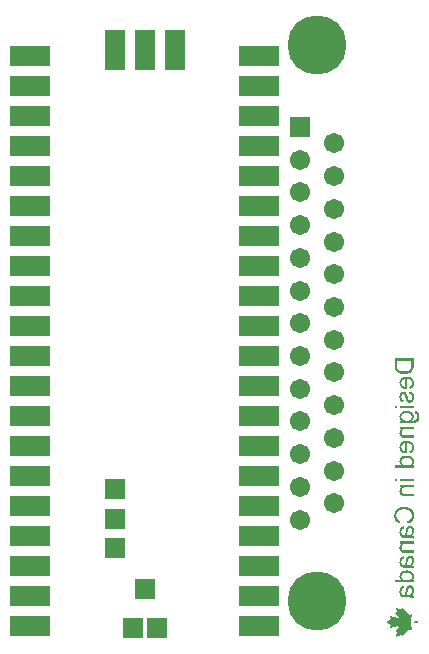
<source format=gbs>
G04*
G04 #@! TF.GenerationSoftware,Altium Limited,Altium Designer,21.3.1 (25)*
G04*
G04 Layer_Color=16711935*
%FSLAX25Y25*%
%MOIN*%
G70*
G04*
G04 #@! TF.SameCoordinates,0F46E8F8-C812-4C73-86AE-EEEB37A8DDC9*
G04*
G04*
G04 #@! TF.FilePolarity,Negative*
G04*
G01*
G75*
%ADD40C,0.06706*%
%ADD41R,0.06706X0.06706*%
%ADD42C,0.19698*%
%ADD52R,0.13398X0.07099*%
%ADD53R,0.07099X0.13398*%
%ADD54R,0.06706X0.06706*%
G36*
X137525Y7890D02*
X139885Y7771D01*
X139885Y8254D01*
X137568Y8134D01*
X137522Y8138D01*
X137434Y8170D01*
X137362Y8230D01*
X137315Y8311D01*
X137303Y8357D01*
X137303D01*
X137303Y8366D01*
X137303Y8385D01*
X137303Y8404D01*
X137304Y8422D01*
X137305Y8432D01*
Y8432D01*
X137711Y10738D01*
X136851Y10427D01*
X136844Y10425D01*
X136829Y10421D01*
X136814Y10419D01*
X136799Y10417D01*
X136791Y10416D01*
X136772Y10417D01*
X136734Y10425D01*
X136699Y10442D01*
X136669Y10466D01*
X136655Y10480D01*
Y10480D01*
X134609Y13007D01*
X134344Y12438D01*
X134332Y12416D01*
X134299Y12379D01*
X134257Y12353D01*
X134210Y12339D01*
X134186Y12338D01*
X134179Y12338D01*
X134165Y12339D01*
X134151Y12341D01*
X134138Y12344D01*
X134132Y12346D01*
D01*
X132596Y12846D01*
X132905Y11390D01*
X132905Y11361D01*
X132894Y11304D01*
X132868Y11252D01*
X132827Y11210D01*
X132802Y11195D01*
X132802Y11195D01*
X132139Y10913D01*
X133358Y9777D01*
X133370Y9764D01*
X133391Y9735D01*
X133405Y9702D01*
X133412Y9668D01*
X133413Y9650D01*
X133413D01*
X133409Y9619D01*
X133386Y9561D01*
X133345Y9514D01*
X133290Y9484D01*
X133260Y9477D01*
X133253Y9477D01*
X133239Y9477D01*
X133226Y9478D01*
X133212Y9478D01*
X133205Y9479D01*
Y9479D01*
X130381Y10026D01*
X130888Y9149D01*
X130894Y9138D01*
X130903Y9117D01*
X130909Y9095D01*
X130912Y9072D01*
X130912Y9060D01*
X130912D01*
X130910Y9036D01*
X130897Y8990D01*
X130872Y8949D01*
X130836Y8917D01*
X130815Y8904D01*
D01*
X129065Y8013D01*
X130815Y7121D01*
X130836Y7109D01*
X130872Y7077D01*
X130897Y7036D01*
X130910Y6989D01*
X130912Y6965D01*
X130912Y6954D01*
X130909Y6931D01*
X130903Y6909D01*
X130894Y6887D01*
X130888Y6877D01*
X130888Y6877D01*
X130381Y5999D01*
X133205Y6547D01*
X133240Y6546D01*
X133306Y6527D01*
X133361Y6487D01*
X133400Y6430D01*
X133411Y6397D01*
X133411D01*
X133412Y6377D01*
X133406Y6337D01*
X133392Y6299D01*
X133371Y6264D01*
X133358Y6249D01*
Y6249D01*
X132139Y5113D01*
X132802Y4831D01*
X132825Y4819D01*
X132864Y4787D01*
X132892Y4744D01*
X132906Y4696D01*
X132908Y4671D01*
X132908D01*
X132596Y3180D01*
X134132Y3679D01*
X134138Y3681D01*
X134151Y3684D01*
X134165Y3687D01*
X134179Y3688D01*
X134186Y3688D01*
X134210Y3686D01*
X134257Y3672D01*
X134299Y3646D01*
X134332Y3609D01*
X134344Y3588D01*
X134344Y3588D01*
X134609Y3019D01*
X136655Y5545D01*
X136668Y5560D01*
X136699Y5584D01*
X136734Y5600D01*
X136772Y5609D01*
X136791Y5610D01*
X136799Y5610D01*
X136814Y5608D01*
X136829Y5605D01*
X136844Y5601D01*
X136851Y5599D01*
Y5599D01*
X137711Y5288D01*
X137305Y7594D01*
X137305Y7601D01*
X137304Y7615D01*
X137303Y7629D01*
X137302Y7643D01*
X137302Y7650D01*
Y7650D01*
X137308Y7694D01*
X137342Y7776D01*
X137403Y7841D01*
X137481Y7881D01*
X137525Y7890D01*
X137525D01*
D02*
G37*
G36*
X138368Y93652D02*
X138362Y93440D01*
X138350Y93246D01*
X138337Y93071D01*
X138325Y92996D01*
X138312Y92921D01*
X138306Y92858D01*
X138293Y92796D01*
X138287Y92746D01*
X138281Y92708D01*
X138275Y92671D01*
X138268Y92646D01*
X138262Y92633D01*
Y92627D01*
X138218Y92465D01*
X138168Y92315D01*
X138112Y92183D01*
X138062Y92071D01*
X138018Y91983D01*
X137993Y91946D01*
X137981Y91915D01*
X137962Y91890D01*
X137950Y91871D01*
X137943Y91865D01*
Y91858D01*
X137856Y91740D01*
X137762Y91633D01*
X137668Y91533D01*
X137575Y91446D01*
X137487Y91377D01*
X137425Y91321D01*
X137400Y91302D01*
X137381Y91290D01*
X137368Y91277D01*
X137362D01*
X137218Y91183D01*
X137062Y91096D01*
X136906Y91021D01*
X136756Y90958D01*
X136693Y90933D01*
X136631Y90908D01*
X136575Y90890D01*
X136525Y90871D01*
X136487Y90858D01*
X136456Y90846D01*
X136437Y90840D01*
X136431D01*
X136212Y90783D01*
X135987Y90740D01*
X135768Y90708D01*
X135668Y90696D01*
X135568Y90683D01*
X135475Y90677D01*
X135393Y90671D01*
X135318D01*
X135256Y90665D01*
X135200D01*
X135162D01*
X135137D01*
X135131D01*
X134818Y90677D01*
X134675Y90690D01*
X134531Y90702D01*
X134400Y90721D01*
X134275Y90746D01*
X134156Y90771D01*
X134050Y90790D01*
X133956Y90815D01*
X133868Y90840D01*
X133793Y90858D01*
X133731Y90883D01*
X133681Y90896D01*
X133643Y90908D01*
X133618Y90921D01*
X133612D01*
X133375Y91027D01*
X133262Y91083D01*
X133156Y91146D01*
X133062Y91208D01*
X132975Y91271D01*
X132887Y91333D01*
X132812Y91390D01*
X132750Y91452D01*
X132687Y91502D01*
X132637Y91552D01*
X132593Y91596D01*
X132562Y91627D01*
X132537Y91652D01*
X132525Y91671D01*
X132518Y91677D01*
X132400Y91827D01*
X132306Y91990D01*
X132225Y92146D01*
X132162Y92296D01*
X132137Y92365D01*
X132112Y92427D01*
X132093Y92477D01*
X132081Y92527D01*
X132068Y92565D01*
X132062Y92596D01*
X132056Y92615D01*
Y92621D01*
X132037Y92696D01*
X132025Y92783D01*
X132000Y92965D01*
X131987Y93152D01*
X131975Y93340D01*
X131968Y93421D01*
Y93502D01*
X131962Y93571D01*
Y95965D01*
X138368D01*
Y93652D01*
D02*
G37*
G36*
X136293Y89858D02*
X136487Y89840D01*
X136675Y89808D01*
X136843Y89771D01*
X137000Y89727D01*
X137143Y89677D01*
X137275Y89621D01*
X137393Y89565D01*
X137500Y89515D01*
X137593Y89458D01*
X137668Y89408D01*
X137731Y89365D01*
X137787Y89327D01*
X137818Y89296D01*
X137843Y89277D01*
X137850Y89271D01*
X137962Y89152D01*
X138056Y89027D01*
X138137Y88896D01*
X138212Y88765D01*
X138268Y88627D01*
X138325Y88496D01*
X138362Y88365D01*
X138393Y88233D01*
X138425Y88115D01*
X138443Y88008D01*
X138456Y87908D01*
X138462Y87821D01*
X138468Y87752D01*
X138475Y87696D01*
Y87652D01*
X138468Y87502D01*
X138456Y87365D01*
X138437Y87233D01*
X138412Y87102D01*
X138387Y86990D01*
X138350Y86877D01*
X138318Y86777D01*
X138281Y86690D01*
X138243Y86608D01*
X138212Y86533D01*
X138175Y86471D01*
X138150Y86421D01*
X138125Y86377D01*
X138106Y86352D01*
X138093Y86333D01*
X138087Y86327D01*
X138012Y86233D01*
X137925Y86146D01*
X137837Y86065D01*
X137750Y85996D01*
X137656Y85927D01*
X137562Y85871D01*
X137468Y85821D01*
X137381Y85771D01*
X137300Y85733D01*
X137225Y85702D01*
X137156Y85671D01*
X137093Y85652D01*
X137043Y85633D01*
X137006Y85621D01*
X136981Y85615D01*
X136975D01*
X136868Y86427D01*
X136962Y86465D01*
X137043Y86502D01*
X137125Y86540D01*
X137200Y86577D01*
X137325Y86658D01*
X137425Y86740D01*
X137506Y86808D01*
X137562Y86865D01*
X137593Y86902D01*
X137606Y86908D01*
Y86915D01*
X137681Y87033D01*
X137737Y87158D01*
X137775Y87283D01*
X137800Y87396D01*
X137818Y87502D01*
X137825Y87540D01*
Y87577D01*
X137831Y87608D01*
Y87652D01*
X137825Y87758D01*
X137812Y87865D01*
X137793Y87958D01*
X137768Y88052D01*
X137737Y88140D01*
X137700Y88221D01*
X137668Y88290D01*
X137625Y88358D01*
X137587Y88421D01*
X137556Y88471D01*
X137518Y88521D01*
X137487Y88558D01*
X137462Y88590D01*
X137443Y88608D01*
X137431Y88621D01*
X137425Y88627D01*
X137343Y88696D01*
X137256Y88758D01*
X137162Y88808D01*
X137068Y88858D01*
X136975Y88896D01*
X136875Y88933D01*
X136687Y88990D01*
X136593Y89008D01*
X136512Y89021D01*
X136437Y89033D01*
X136375Y89046D01*
X136325Y89052D01*
X136281Y89058D01*
X136256D01*
X136250D01*
Y85590D01*
X136200D01*
X136162Y85583D01*
X136125D01*
X136093D01*
X136075D01*
X136056D01*
X136043D01*
X135831Y85590D01*
X135637Y85608D01*
X135450Y85640D01*
X135281Y85677D01*
X135118Y85721D01*
X134975Y85771D01*
X134837Y85827D01*
X134718Y85877D01*
X134612Y85933D01*
X134518Y85990D01*
X134437Y86040D01*
X134375Y86083D01*
X134325Y86121D01*
X134287Y86152D01*
X134262Y86171D01*
X134256Y86177D01*
X134143Y86290D01*
X134043Y86408D01*
X133962Y86533D01*
X133887Y86665D01*
X133825Y86790D01*
X133775Y86915D01*
X133731Y87040D01*
X133700Y87158D01*
X133675Y87265D01*
X133650Y87371D01*
X133637Y87465D01*
X133631Y87540D01*
X133625Y87608D01*
X133618Y87652D01*
Y87696D01*
X133625Y87871D01*
X133643Y88040D01*
X133681Y88196D01*
X133718Y88346D01*
X133768Y88483D01*
X133825Y88615D01*
X133881Y88733D01*
X133943Y88840D01*
X134006Y88940D01*
X134062Y89021D01*
X134118Y89096D01*
X134168Y89152D01*
X134206Y89202D01*
X134237Y89233D01*
X134262Y89258D01*
X134268Y89265D01*
X134393Y89371D01*
X134531Y89465D01*
X134675Y89540D01*
X134825Y89608D01*
X134981Y89671D01*
X135131Y89721D01*
X135281Y89758D01*
X135418Y89790D01*
X135556Y89815D01*
X135681Y89833D01*
X135793Y89846D01*
X135893Y89852D01*
X135975Y89858D01*
X136037Y89865D01*
X136075D01*
X136081D01*
X136087D01*
X136293Y89858D01*
D02*
G37*
G36*
X137118Y84915D02*
X137243Y84877D01*
X137362Y84840D01*
X137475Y84796D01*
X137575Y84746D01*
X137662Y84696D01*
X137743Y84646D01*
X137818Y84590D01*
X137887Y84546D01*
X137943Y84496D01*
X137987Y84452D01*
X138031Y84415D01*
X138062Y84383D01*
X138081Y84358D01*
X138093Y84346D01*
X138100Y84340D01*
X138168Y84246D01*
X138225Y84146D01*
X138275Y84033D01*
X138318Y83921D01*
X138350Y83808D01*
X138381Y83696D01*
X138425Y83471D01*
X138443Y83365D01*
X138456Y83271D01*
X138462Y83183D01*
X138468Y83108D01*
X138475Y83046D01*
Y82958D01*
X138468Y82758D01*
X138443Y82571D01*
X138412Y82408D01*
X138400Y82333D01*
X138381Y82258D01*
X138362Y82196D01*
X138343Y82140D01*
X138331Y82096D01*
X138318Y82052D01*
X138306Y82021D01*
X138293Y81996D01*
X138287Y81983D01*
Y81977D01*
X138212Y81827D01*
X138125Y81690D01*
X138037Y81577D01*
X137950Y81483D01*
X137868Y81408D01*
X137806Y81358D01*
X137781Y81340D01*
X137762Y81327D01*
X137756Y81315D01*
X137750D01*
X137618Y81240D01*
X137487Y81183D01*
X137362Y81140D01*
X137243Y81115D01*
X137150Y81096D01*
X137106Y81090D01*
X137075D01*
X137043Y81083D01*
X137025D01*
X137012D01*
X137006D01*
X136862Y81090D01*
X136731Y81115D01*
X136618Y81146D01*
X136518Y81177D01*
X136443Y81215D01*
X136387Y81246D01*
X136350Y81271D01*
X136337Y81277D01*
X136237Y81352D01*
X136156Y81440D01*
X136087Y81521D01*
X136025Y81608D01*
X135981Y81683D01*
X135950Y81740D01*
X135937Y81765D01*
X135931Y81783D01*
X135925Y81790D01*
Y81796D01*
X135900Y81865D01*
X135868Y81940D01*
X135837Y82021D01*
X135806Y82115D01*
X135743Y82308D01*
X135687Y82496D01*
X135662Y82590D01*
X135637Y82677D01*
X135612Y82752D01*
X135593Y82821D01*
X135575Y82877D01*
X135568Y82921D01*
X135556Y82946D01*
Y82958D01*
X135525Y83058D01*
X135500Y83152D01*
X135481Y83233D01*
X135456Y83308D01*
X135437Y83371D01*
X135425Y83433D01*
X135412Y83477D01*
X135400Y83521D01*
X135387Y83558D01*
X135381Y83583D01*
X135362Y83627D01*
X135356Y83646D01*
Y83652D01*
X135318Y83727D01*
X135287Y83783D01*
X135250Y83840D01*
X135218Y83877D01*
X135187Y83908D01*
X135162Y83933D01*
X135150Y83946D01*
X135143Y83952D01*
X135093Y83983D01*
X135050Y84008D01*
X135000Y84021D01*
X134956Y84033D01*
X134925Y84040D01*
X134893Y84046D01*
X134875D01*
X134868D01*
X134781Y84033D01*
X134700Y84008D01*
X134625Y83971D01*
X134562Y83927D01*
X134512Y83890D01*
X134475Y83852D01*
X134450Y83827D01*
X134443Y83815D01*
X134412Y83765D01*
X134381Y83715D01*
X134337Y83596D01*
X134306Y83471D01*
X134287Y83346D01*
X134268Y83227D01*
Y83177D01*
X134262Y83133D01*
Y83046D01*
X134268Y82883D01*
X134293Y82740D01*
X134325Y82615D01*
X134362Y82515D01*
X134406Y82440D01*
X134437Y82377D01*
X134462Y82346D01*
X134468Y82333D01*
X134550Y82246D01*
X134637Y82177D01*
X134731Y82127D01*
X134818Y82083D01*
X134900Y82058D01*
X134968Y82040D01*
X134987Y82033D01*
X135006Y82027D01*
X135018D01*
X135025D01*
X134918Y81258D01*
X134762Y81290D01*
X134618Y81333D01*
X134500Y81377D01*
X134393Y81421D01*
X134312Y81465D01*
X134256Y81502D01*
X134218Y81527D01*
X134206Y81533D01*
X134112Y81615D01*
X134025Y81708D01*
X133956Y81815D01*
X133893Y81915D01*
X133843Y82002D01*
X133812Y82077D01*
X133800Y82108D01*
X133787Y82127D01*
X133781Y82140D01*
Y82146D01*
X133725Y82302D01*
X133687Y82471D01*
X133656Y82627D01*
X133637Y82777D01*
X133631Y82846D01*
X133625Y82908D01*
Y82965D01*
X133618Y83008D01*
Y83102D01*
X133625Y83233D01*
X133631Y83358D01*
X133650Y83477D01*
X133668Y83577D01*
X133687Y83665D01*
X133700Y83727D01*
X133706Y83752D01*
X133712Y83771D01*
X133718Y83777D01*
Y83783D01*
X133756Y83896D01*
X133793Y83996D01*
X133831Y84077D01*
X133868Y84152D01*
X133900Y84208D01*
X133918Y84246D01*
X133937Y84277D01*
X133943Y84283D01*
X134012Y84371D01*
X134087Y84446D01*
X134162Y84515D01*
X134231Y84571D01*
X134293Y84615D01*
X134343Y84646D01*
X134375Y84665D01*
X134381Y84671D01*
X134387D01*
X134487Y84715D01*
X134587Y84752D01*
X134687Y84777D01*
X134775Y84790D01*
X134850Y84802D01*
X134906Y84808D01*
X134931D01*
X134950D01*
X134956D01*
X134962D01*
X135087Y84802D01*
X135200Y84783D01*
X135306Y84752D01*
X135400Y84721D01*
X135475Y84696D01*
X135531Y84665D01*
X135568Y84646D01*
X135575Y84640D01*
X135581D01*
X135681Y84565D01*
X135768Y84483D01*
X135843Y84402D01*
X135906Y84321D01*
X135956Y84246D01*
X135993Y84190D01*
X136006Y84165D01*
X136018Y84146D01*
X136025Y84140D01*
Y84133D01*
X136056Y84065D01*
X136087Y83983D01*
X136118Y83896D01*
X136150Y83802D01*
X136212Y83602D01*
X136268Y83408D01*
X136300Y83315D01*
X136325Y83221D01*
X136343Y83146D01*
X136362Y83071D01*
X136381Y83015D01*
X136387Y82971D01*
X136400Y82946D01*
Y82933D01*
X136431Y82821D01*
X136456Y82715D01*
X136487Y82621D01*
X136512Y82533D01*
X136531Y82458D01*
X136556Y82396D01*
X136575Y82340D01*
X136593Y82290D01*
X136612Y82246D01*
X136625Y82215D01*
X136637Y82183D01*
X136650Y82165D01*
X136662Y82133D01*
X136668Y82127D01*
X136731Y82046D01*
X136800Y81990D01*
X136868Y81946D01*
X136937Y81921D01*
X137000Y81902D01*
X137050Y81896D01*
X137081Y81890D01*
X137087D01*
X137093D01*
X137150D01*
X137200Y81902D01*
X137300Y81933D01*
X137387Y81977D01*
X137462Y82021D01*
X137525Y82071D01*
X137575Y82115D01*
X137600Y82146D01*
X137612Y82152D01*
Y82158D01*
X137650Y82208D01*
X137687Y82271D01*
X137737Y82396D01*
X137775Y82527D01*
X137806Y82658D01*
X137818Y82777D01*
X137825Y82833D01*
Y82877D01*
X137831Y82915D01*
Y82965D01*
X137818Y83152D01*
X137793Y83321D01*
X137756Y83465D01*
X137731Y83527D01*
X137706Y83583D01*
X137687Y83633D01*
X137662Y83677D01*
X137643Y83715D01*
X137625Y83746D01*
X137612Y83771D01*
X137600Y83790D01*
X137587Y83796D01*
Y83802D01*
X137481Y83902D01*
X137368Y83983D01*
X137250Y84046D01*
X137131Y84096D01*
X137025Y84127D01*
X136981Y84140D01*
X136937Y84152D01*
X136906Y84158D01*
X136881D01*
X136868Y84165D01*
X136862D01*
X136987Y84940D01*
X137118Y84915D01*
D02*
G37*
G36*
X138368Y79358D02*
X133725D01*
Y80146D01*
X138368D01*
Y79358D01*
D02*
G37*
G36*
X132868D02*
X131962D01*
Y80146D01*
X132868D01*
Y79358D01*
D02*
G37*
G36*
X136200Y78458D02*
X136375Y78440D01*
X136537Y78415D01*
X136687Y78383D01*
X136837Y78346D01*
X136968Y78302D01*
X137100Y78252D01*
X137212Y78202D01*
X137318Y78158D01*
X137412Y78108D01*
X137493Y78065D01*
X137556Y78027D01*
X137612Y77996D01*
X137650Y77971D01*
X137675Y77952D01*
X137681Y77946D01*
X137800Y77840D01*
X137906Y77733D01*
X138000Y77615D01*
X138081Y77490D01*
X138143Y77371D01*
X138200Y77246D01*
X138243Y77127D01*
X138281Y77008D01*
X138312Y76896D01*
X138331Y76796D01*
X138350Y76702D01*
X138356Y76621D01*
X138362Y76558D01*
X138368Y76508D01*
Y76465D01*
X138362Y76321D01*
X138343Y76190D01*
X138312Y76058D01*
X138275Y75940D01*
X138225Y75827D01*
X138175Y75721D01*
X138125Y75621D01*
X138062Y75533D01*
X138006Y75452D01*
X137956Y75383D01*
X137900Y75321D01*
X137856Y75271D01*
X137818Y75227D01*
X137787Y75202D01*
X137768Y75183D01*
X137762Y75177D01*
X137900D01*
X138025D01*
X138143D01*
X138243Y75183D01*
X138337Y75190D01*
X138418D01*
X138493Y75196D01*
X138556Y75202D01*
X138606Y75208D01*
X138650Y75215D01*
X138687Y75221D01*
X138718D01*
X138743Y75227D01*
X138756Y75233D01*
X138768D01*
X138906Y75283D01*
X139031Y75340D01*
X139137Y75408D01*
X139225Y75477D01*
X139293Y75540D01*
X139343Y75590D01*
X139368Y75627D01*
X139381Y75633D01*
Y75640D01*
X139456Y75758D01*
X139512Y75896D01*
X139550Y76033D01*
X139575Y76171D01*
X139593Y76296D01*
X139600Y76346D01*
Y76390D01*
X139606Y76433D01*
Y76483D01*
X139593Y76665D01*
X139568Y76821D01*
X139537Y76958D01*
X139493Y77071D01*
X139450Y77165D01*
X139431Y77202D01*
X139418Y77227D01*
X139400Y77252D01*
X139393Y77271D01*
X139381Y77277D01*
Y77283D01*
X139312Y77358D01*
X139231Y77415D01*
X139150Y77458D01*
X139062Y77496D01*
X138987Y77521D01*
X138925Y77533D01*
X138900Y77540D01*
X138881Y77546D01*
X138875D01*
X138868D01*
X138756Y78308D01*
X138893D01*
X139018Y78290D01*
X139137Y78271D01*
X139250Y78240D01*
X139350Y78202D01*
X139443Y78158D01*
X139525Y78115D01*
X139600Y78071D01*
X139668Y78021D01*
X139725Y77977D01*
X139768Y77933D01*
X139812Y77896D01*
X139843Y77865D01*
X139862Y77833D01*
X139875Y77821D01*
X139881Y77815D01*
X139950Y77715D01*
X140006Y77608D01*
X140056Y77502D01*
X140100Y77390D01*
X140131Y77277D01*
X140162Y77165D01*
X140206Y76952D01*
X140225Y76858D01*
X140237Y76765D01*
X140243Y76683D01*
X140250Y76615D01*
X140256Y76558D01*
Y76477D01*
X140243Y76227D01*
X140231Y76108D01*
X140212Y75996D01*
X140193Y75896D01*
X140175Y75796D01*
X140150Y75708D01*
X140125Y75627D01*
X140100Y75552D01*
X140075Y75490D01*
X140056Y75433D01*
X140037Y75390D01*
X140018Y75352D01*
X140006Y75321D01*
X139993Y75308D01*
Y75302D01*
X139887Y75133D01*
X139768Y74990D01*
X139650Y74871D01*
X139537Y74771D01*
X139431Y74696D01*
X139387Y74665D01*
X139350Y74646D01*
X139318Y74627D01*
X139293Y74615D01*
X139281Y74602D01*
X139275D01*
X139181Y74565D01*
X139081Y74527D01*
X138968Y74496D01*
X138843Y74471D01*
X138593Y74433D01*
X138337Y74402D01*
X138218Y74396D01*
X138112Y74390D01*
X138006Y74383D01*
X137918D01*
X137843Y74377D01*
X137793D01*
X137756D01*
X137743D01*
X133725D01*
Y75102D01*
X134281D01*
X134162Y75202D01*
X134062Y75315D01*
X133975Y75427D01*
X133900Y75540D01*
X133831Y75652D01*
X133781Y75765D01*
X133737Y75877D01*
X133700Y75977D01*
X133675Y76077D01*
X133656Y76171D01*
X133637Y76252D01*
X133631Y76321D01*
X133625Y76377D01*
X133618Y76421D01*
Y76458D01*
X133625Y76571D01*
X133631Y76677D01*
X133668Y76883D01*
X133687Y76977D01*
X133712Y77065D01*
X133743Y77146D01*
X133768Y77221D01*
X133800Y77290D01*
X133825Y77352D01*
X133856Y77402D01*
X133875Y77446D01*
X133893Y77483D01*
X133912Y77508D01*
X133918Y77521D01*
X133925Y77527D01*
X134050Y77690D01*
X134187Y77827D01*
X134331Y77946D01*
X134475Y78046D01*
X134600Y78127D01*
X134656Y78158D01*
X134700Y78183D01*
X134737Y78202D01*
X134768Y78215D01*
X134787Y78227D01*
X134793D01*
X135006Y78308D01*
X135225Y78365D01*
X135431Y78408D01*
X135525Y78421D01*
X135618Y78433D01*
X135706Y78446D01*
X135781Y78452D01*
X135850Y78458D01*
X135912D01*
X135962Y78465D01*
X135993D01*
X136018D01*
X136025D01*
X136200Y78458D01*
D02*
G37*
G36*
X138368Y72402D02*
X135831D01*
X135668Y72396D01*
X135525Y72383D01*
X135387Y72371D01*
X135268Y72346D01*
X135156Y72321D01*
X135056Y72290D01*
X134968Y72252D01*
X134893Y72221D01*
X134831Y72190D01*
X134775Y72152D01*
X134725Y72121D01*
X134687Y72096D01*
X134662Y72071D01*
X134637Y72052D01*
X134631Y72046D01*
X134625Y72040D01*
X134568Y71971D01*
X134518Y71896D01*
X134475Y71827D01*
X134437Y71752D01*
X134381Y71608D01*
X134337Y71471D01*
X134318Y71352D01*
X134312Y71302D01*
X134306Y71258D01*
X134300Y71227D01*
Y71177D01*
X134306Y71065D01*
X134325Y70958D01*
X134343Y70865D01*
X134368Y70783D01*
X134400Y70715D01*
X134418Y70671D01*
X134437Y70640D01*
X134443Y70627D01*
X134500Y70546D01*
X134562Y70477D01*
X134625Y70421D01*
X134687Y70377D01*
X134743Y70346D01*
X134787Y70321D01*
X134812Y70308D01*
X134825Y70302D01*
X134925Y70271D01*
X135037Y70246D01*
X135156Y70233D01*
X135275Y70221D01*
X135381Y70215D01*
X135425Y70208D01*
X135462D01*
X135500D01*
X135525D01*
X135537D01*
X135543D01*
X138368D01*
Y69421D01*
X135518D01*
X135418D01*
X135325D01*
X135243Y69427D01*
X135168D01*
X135093Y69433D01*
X135031D01*
X134975Y69440D01*
X134925D01*
X134887Y69446D01*
X134850Y69452D01*
X134793Y69458D01*
X134762Y69465D01*
X134750D01*
X134625Y69496D01*
X134518Y69533D01*
X134418Y69577D01*
X134331Y69615D01*
X134262Y69652D01*
X134212Y69683D01*
X134181Y69708D01*
X134168Y69715D01*
X134081Y69790D01*
X134006Y69871D01*
X133937Y69958D01*
X133881Y70040D01*
X133837Y70121D01*
X133800Y70183D01*
X133787Y70208D01*
X133781Y70227D01*
X133775Y70233D01*
Y70240D01*
X133725Y70371D01*
X133687Y70508D01*
X133656Y70633D01*
X133637Y70752D01*
X133625Y70858D01*
Y70902D01*
X133618Y70940D01*
Y71008D01*
X133625Y71183D01*
X133650Y71352D01*
X133687Y71502D01*
X133737Y71646D01*
X133793Y71777D01*
X133862Y71902D01*
X133931Y72008D01*
X134000Y72108D01*
X134075Y72196D01*
X134143Y72271D01*
X134206Y72333D01*
X134268Y72390D01*
X134318Y72427D01*
X134356Y72458D01*
X134381Y72477D01*
X134387Y72483D01*
X133725D01*
Y73190D01*
X138368D01*
Y72402D01*
D02*
G37*
G36*
X136293Y68471D02*
X136487Y68452D01*
X136675Y68421D01*
X136843Y68383D01*
X137000Y68340D01*
X137143Y68290D01*
X137275Y68233D01*
X137393Y68177D01*
X137500Y68127D01*
X137593Y68071D01*
X137668Y68021D01*
X137731Y67977D01*
X137787Y67940D01*
X137818Y67908D01*
X137843Y67890D01*
X137850Y67883D01*
X137962Y67765D01*
X138056Y67640D01*
X138137Y67508D01*
X138212Y67377D01*
X138268Y67240D01*
X138325Y67108D01*
X138362Y66977D01*
X138393Y66846D01*
X138425Y66727D01*
X138443Y66621D01*
X138456Y66521D01*
X138462Y66433D01*
X138468Y66365D01*
X138475Y66308D01*
Y66265D01*
X138468Y66115D01*
X138456Y65977D01*
X138437Y65846D01*
X138412Y65715D01*
X138387Y65602D01*
X138350Y65490D01*
X138318Y65390D01*
X138281Y65302D01*
X138243Y65221D01*
X138212Y65146D01*
X138175Y65083D01*
X138150Y65033D01*
X138125Y64990D01*
X138106Y64965D01*
X138093Y64946D01*
X138087Y64940D01*
X138012Y64846D01*
X137925Y64758D01*
X137837Y64677D01*
X137750Y64608D01*
X137656Y64540D01*
X137562Y64483D01*
X137468Y64433D01*
X137381Y64383D01*
X137300Y64346D01*
X137225Y64315D01*
X137156Y64283D01*
X137093Y64265D01*
X137043Y64246D01*
X137006Y64233D01*
X136981Y64227D01*
X136975D01*
X136868Y65040D01*
X136962Y65077D01*
X137043Y65115D01*
X137125Y65152D01*
X137200Y65190D01*
X137325Y65271D01*
X137425Y65352D01*
X137506Y65421D01*
X137562Y65477D01*
X137593Y65515D01*
X137606Y65521D01*
Y65527D01*
X137681Y65646D01*
X137737Y65771D01*
X137775Y65896D01*
X137800Y66008D01*
X137818Y66115D01*
X137825Y66152D01*
Y66190D01*
X137831Y66221D01*
Y66265D01*
X137825Y66371D01*
X137812Y66477D01*
X137793Y66571D01*
X137768Y66665D01*
X137737Y66752D01*
X137700Y66833D01*
X137668Y66902D01*
X137625Y66971D01*
X137587Y67033D01*
X137556Y67083D01*
X137518Y67133D01*
X137487Y67171D01*
X137462Y67202D01*
X137443Y67221D01*
X137431Y67233D01*
X137425Y67240D01*
X137343Y67308D01*
X137256Y67371D01*
X137162Y67421D01*
X137068Y67471D01*
X136975Y67508D01*
X136875Y67546D01*
X136687Y67602D01*
X136593Y67621D01*
X136512Y67633D01*
X136437Y67646D01*
X136375Y67658D01*
X136325Y67665D01*
X136281Y67671D01*
X136256D01*
X136250D01*
Y64202D01*
X136200D01*
X136162Y64196D01*
X136125D01*
X136093D01*
X136075D01*
X136056D01*
X136043D01*
X135831Y64202D01*
X135637Y64221D01*
X135450Y64252D01*
X135281Y64290D01*
X135118Y64333D01*
X134975Y64383D01*
X134837Y64440D01*
X134718Y64490D01*
X134612Y64546D01*
X134518Y64602D01*
X134437Y64652D01*
X134375Y64696D01*
X134325Y64733D01*
X134287Y64765D01*
X134262Y64783D01*
X134256Y64790D01*
X134143Y64902D01*
X134043Y65021D01*
X133962Y65146D01*
X133887Y65277D01*
X133825Y65402D01*
X133775Y65527D01*
X133731Y65652D01*
X133700Y65771D01*
X133675Y65877D01*
X133650Y65983D01*
X133637Y66077D01*
X133631Y66152D01*
X133625Y66221D01*
X133618Y66265D01*
Y66308D01*
X133625Y66483D01*
X133643Y66652D01*
X133681Y66808D01*
X133718Y66958D01*
X133768Y67096D01*
X133825Y67227D01*
X133881Y67346D01*
X133943Y67452D01*
X134006Y67552D01*
X134062Y67633D01*
X134118Y67708D01*
X134168Y67765D01*
X134206Y67815D01*
X134237Y67846D01*
X134262Y67871D01*
X134268Y67877D01*
X134393Y67983D01*
X134531Y68077D01*
X134675Y68152D01*
X134825Y68221D01*
X134981Y68283D01*
X135131Y68333D01*
X135281Y68371D01*
X135418Y68402D01*
X135556Y68427D01*
X135681Y68446D01*
X135793Y68458D01*
X135893Y68465D01*
X135975Y68471D01*
X136037Y68477D01*
X136075D01*
X136081D01*
X136087D01*
X136293Y68471D01*
D02*
G37*
G36*
X136312Y63515D02*
X136556Y63490D01*
X136662Y63471D01*
X136768Y63446D01*
X136862Y63427D01*
X136956Y63402D01*
X137037Y63377D01*
X137106Y63358D01*
X137168Y63333D01*
X137218Y63315D01*
X137262Y63302D01*
X137293Y63290D01*
X137312Y63277D01*
X137318D01*
X137512Y63171D01*
X137681Y63058D01*
X137825Y62940D01*
X137887Y62877D01*
X137950Y62821D01*
X138000Y62771D01*
X138043Y62721D01*
X138081Y62671D01*
X138112Y62633D01*
X138137Y62602D01*
X138156Y62577D01*
X138162Y62565D01*
X138168Y62558D01*
X138225Y62471D01*
X138268Y62377D01*
X138312Y62290D01*
X138343Y62202D01*
X138400Y62027D01*
X138437Y61871D01*
X138450Y61796D01*
X138456Y61733D01*
X138462Y61677D01*
X138468Y61627D01*
X138475Y61590D01*
Y61533D01*
X138468Y61377D01*
X138443Y61233D01*
X138412Y61096D01*
X138368Y60971D01*
X138318Y60852D01*
X138256Y60746D01*
X138200Y60646D01*
X138131Y60565D01*
X138068Y60483D01*
X138006Y60421D01*
X137950Y60365D01*
X137900Y60315D01*
X137856Y60277D01*
X137825Y60252D01*
X137800Y60240D01*
X137793Y60233D01*
X138368D01*
Y59502D01*
X131962D01*
Y60290D01*
X134256D01*
X134156Y60371D01*
X134068Y60458D01*
X133987Y60552D01*
X133925Y60633D01*
X133868Y60708D01*
X133831Y60771D01*
X133818Y60796D01*
X133806Y60815D01*
X133800Y60821D01*
Y60827D01*
X133737Y60952D01*
X133693Y61077D01*
X133662Y61202D01*
X133643Y61321D01*
X133625Y61421D01*
Y61465D01*
X133618Y61502D01*
Y61571D01*
X133625Y61677D01*
X133631Y61777D01*
X133668Y61971D01*
X133712Y62146D01*
X133743Y62227D01*
X133768Y62302D01*
X133800Y62365D01*
X133825Y62427D01*
X133856Y62477D01*
X133875Y62521D01*
X133893Y62558D01*
X133912Y62583D01*
X133918Y62596D01*
X133925Y62602D01*
X133981Y62683D01*
X134050Y62765D01*
X134187Y62908D01*
X134331Y63027D01*
X134468Y63121D01*
X134600Y63196D01*
X134650Y63227D01*
X134700Y63252D01*
X134737Y63271D01*
X134768Y63283D01*
X134787Y63296D01*
X134793D01*
X135006Y63371D01*
X135225Y63427D01*
X135437Y63471D01*
X135543Y63483D01*
X135637Y63496D01*
X135725Y63508D01*
X135806Y63515D01*
X135875Y63521D01*
X135937D01*
X135987Y63527D01*
X136025D01*
X136050D01*
X136056D01*
X136312Y63515D01*
D02*
G37*
G36*
X138368Y54983D02*
X133725D01*
Y55771D01*
X138368D01*
Y54983D01*
D02*
G37*
G36*
X132868D02*
X131962D01*
Y55771D01*
X132868D01*
Y54983D01*
D02*
G37*
G36*
X138368Y53002D02*
X135831D01*
X135668Y52996D01*
X135525Y52983D01*
X135387Y52971D01*
X135268Y52946D01*
X135156Y52921D01*
X135056Y52890D01*
X134968Y52852D01*
X134893Y52821D01*
X134831Y52790D01*
X134775Y52752D01*
X134725Y52721D01*
X134687Y52696D01*
X134662Y52671D01*
X134637Y52652D01*
X134631Y52646D01*
X134625Y52640D01*
X134568Y52571D01*
X134518Y52496D01*
X134475Y52427D01*
X134437Y52352D01*
X134381Y52208D01*
X134337Y52071D01*
X134318Y51952D01*
X134312Y51902D01*
X134306Y51858D01*
X134300Y51827D01*
Y51777D01*
X134306Y51665D01*
X134325Y51558D01*
X134343Y51465D01*
X134368Y51383D01*
X134400Y51315D01*
X134418Y51271D01*
X134437Y51240D01*
X134443Y51227D01*
X134500Y51146D01*
X134562Y51077D01*
X134625Y51021D01*
X134687Y50977D01*
X134743Y50946D01*
X134787Y50921D01*
X134812Y50908D01*
X134825Y50902D01*
X134925Y50871D01*
X135037Y50846D01*
X135156Y50833D01*
X135275Y50821D01*
X135381Y50815D01*
X135425Y50808D01*
X135462D01*
X135500D01*
X135525D01*
X135537D01*
X135543D01*
X138368D01*
Y50021D01*
X135518D01*
X135418D01*
X135325D01*
X135243Y50027D01*
X135168D01*
X135093Y50033D01*
X135031D01*
X134975Y50040D01*
X134925D01*
X134887Y50046D01*
X134850Y50052D01*
X134793Y50058D01*
X134762Y50065D01*
X134750D01*
X134625Y50096D01*
X134518Y50133D01*
X134418Y50177D01*
X134331Y50215D01*
X134262Y50252D01*
X134212Y50283D01*
X134181Y50308D01*
X134168Y50315D01*
X134081Y50390D01*
X134006Y50471D01*
X133937Y50558D01*
X133881Y50640D01*
X133837Y50721D01*
X133800Y50783D01*
X133787Y50808D01*
X133781Y50827D01*
X133775Y50833D01*
Y50840D01*
X133725Y50971D01*
X133687Y51108D01*
X133656Y51233D01*
X133637Y51352D01*
X133625Y51458D01*
Y51502D01*
X133618Y51540D01*
Y51608D01*
X133625Y51783D01*
X133650Y51952D01*
X133687Y52102D01*
X133737Y52246D01*
X133793Y52377D01*
X133862Y52502D01*
X133931Y52608D01*
X134000Y52708D01*
X134075Y52796D01*
X134143Y52871D01*
X134206Y52933D01*
X134268Y52990D01*
X134318Y53027D01*
X134356Y53058D01*
X134381Y53077D01*
X134387Y53083D01*
X133725D01*
Y53790D01*
X138368D01*
Y53002D01*
D02*
G37*
G36*
X135287Y46465D02*
X135456Y46458D01*
X135618Y46440D01*
X135775Y46421D01*
X135925Y46390D01*
X136068Y46365D01*
X136200Y46333D01*
X136325Y46302D01*
X136437Y46271D01*
X136537Y46240D01*
X136625Y46208D01*
X136700Y46183D01*
X136756Y46165D01*
X136800Y46146D01*
X136825Y46140D01*
X136837Y46133D01*
X136981Y46065D01*
X137118Y45996D01*
X137243Y45915D01*
X137362Y45840D01*
X137475Y45758D01*
X137575Y45677D01*
X137662Y45596D01*
X137743Y45515D01*
X137818Y45440D01*
X137881Y45371D01*
X137937Y45315D01*
X137975Y45258D01*
X138012Y45215D01*
X138037Y45177D01*
X138050Y45158D01*
X138056Y45152D01*
X138131Y45027D01*
X138193Y44896D01*
X138250Y44752D01*
X138300Y44615D01*
X138337Y44471D01*
X138375Y44333D01*
X138400Y44196D01*
X138425Y44065D01*
X138437Y43940D01*
X138450Y43827D01*
X138462Y43727D01*
X138468Y43640D01*
X138475Y43565D01*
Y43465D01*
X138468Y43283D01*
X138450Y43102D01*
X138425Y42940D01*
X138387Y42777D01*
X138350Y42627D01*
X138300Y42490D01*
X138256Y42358D01*
X138200Y42240D01*
X138150Y42140D01*
X138100Y42046D01*
X138056Y41965D01*
X138018Y41896D01*
X137981Y41840D01*
X137956Y41802D01*
X137937Y41777D01*
X137931Y41771D01*
X137825Y41646D01*
X137706Y41527D01*
X137581Y41427D01*
X137450Y41327D01*
X137318Y41240D01*
X137187Y41158D01*
X137056Y41090D01*
X136925Y41027D01*
X136806Y40977D01*
X136693Y40927D01*
X136593Y40890D01*
X136506Y40858D01*
X136437Y40840D01*
X136381Y40821D01*
X136350Y40808D01*
X136337D01*
X136125Y41658D01*
X136268Y41696D01*
X136406Y41740D01*
X136537Y41783D01*
X136656Y41833D01*
X136762Y41890D01*
X136862Y41946D01*
X136956Y42002D01*
X137037Y42058D01*
X137106Y42108D01*
X137168Y42158D01*
X137225Y42208D01*
X137268Y42246D01*
X137300Y42277D01*
X137325Y42308D01*
X137337Y42321D01*
X137343Y42327D01*
X137412Y42421D01*
X137475Y42521D01*
X137531Y42621D01*
X137581Y42721D01*
X137618Y42827D01*
X137650Y42927D01*
X137700Y43115D01*
X137718Y43202D01*
X137731Y43283D01*
X137737Y43352D01*
X137743Y43415D01*
X137750Y43465D01*
Y43533D01*
X137743Y43640D01*
X137737Y43746D01*
X137700Y43952D01*
X137656Y44133D01*
X137625Y44221D01*
X137600Y44296D01*
X137568Y44371D01*
X137543Y44433D01*
X137518Y44490D01*
X137493Y44533D01*
X137475Y44571D01*
X137462Y44596D01*
X137456Y44615D01*
X137450Y44621D01*
X137387Y44708D01*
X137325Y44796D01*
X137181Y44946D01*
X137031Y45071D01*
X136881Y45177D01*
X136750Y45258D01*
X136693Y45290D01*
X136643Y45315D01*
X136600Y45333D01*
X136568Y45346D01*
X136550Y45358D01*
X136543D01*
X136306Y45440D01*
X136062Y45496D01*
X135818Y45540D01*
X135706Y45552D01*
X135600Y45565D01*
X135493Y45577D01*
X135406Y45583D01*
X135318Y45590D01*
X135250D01*
X135193Y45596D01*
X135150D01*
X135118D01*
X135112D01*
X134881Y45590D01*
X134656Y45565D01*
X134450Y45533D01*
X134350Y45515D01*
X134262Y45496D01*
X134181Y45477D01*
X134106Y45458D01*
X134043Y45440D01*
X133987Y45427D01*
X133943Y45415D01*
X133912Y45402D01*
X133893Y45396D01*
X133887D01*
X133775Y45352D01*
X133675Y45308D01*
X133575Y45258D01*
X133487Y45202D01*
X133400Y45146D01*
X133318Y45090D01*
X133250Y45033D01*
X133181Y44971D01*
X133125Y44921D01*
X133075Y44871D01*
X133031Y44821D01*
X132993Y44783D01*
X132968Y44746D01*
X132950Y44721D01*
X132937Y44708D01*
X132931Y44702D01*
X132868Y44608D01*
X132812Y44508D01*
X132768Y44402D01*
X132725Y44302D01*
X132687Y44196D01*
X132662Y44096D01*
X132618Y43896D01*
X132606Y43808D01*
X132593Y43727D01*
X132587Y43652D01*
X132581Y43590D01*
X132575Y43533D01*
Y43465D01*
X132581Y43346D01*
X132587Y43233D01*
X132625Y43027D01*
X132650Y42933D01*
X132675Y42846D01*
X132706Y42765D01*
X132737Y42696D01*
X132768Y42627D01*
X132800Y42571D01*
X132825Y42521D01*
X132850Y42477D01*
X132868Y42446D01*
X132887Y42421D01*
X132893Y42408D01*
X132900Y42402D01*
X132962Y42327D01*
X133037Y42252D01*
X133193Y42121D01*
X133362Y42008D01*
X133525Y41915D01*
X133606Y41877D01*
X133675Y41846D01*
X133743Y41815D01*
X133800Y41796D01*
X133843Y41777D01*
X133881Y41765D01*
X133906Y41752D01*
X133912D01*
X133718Y40915D01*
X133556Y40971D01*
X133406Y41027D01*
X133262Y41096D01*
X133131Y41171D01*
X133006Y41246D01*
X132893Y41321D01*
X132793Y41396D01*
X132700Y41471D01*
X132618Y41546D01*
X132543Y41615D01*
X132481Y41671D01*
X132431Y41727D01*
X132393Y41771D01*
X132368Y41802D01*
X132350Y41827D01*
X132343Y41833D01*
X132256Y41958D01*
X132181Y42090D01*
X132112Y42227D01*
X132056Y42365D01*
X132012Y42496D01*
X131968Y42633D01*
X131937Y42765D01*
X131912Y42883D01*
X131893Y43002D01*
X131875Y43108D01*
X131862Y43202D01*
X131856Y43283D01*
X131850Y43352D01*
Y43446D01*
X131856Y43602D01*
X131868Y43758D01*
X131887Y43902D01*
X131912Y44046D01*
X131937Y44183D01*
X131975Y44315D01*
X132006Y44433D01*
X132043Y44540D01*
X132081Y44646D01*
X132112Y44733D01*
X132150Y44815D01*
X132175Y44877D01*
X132200Y44933D01*
X132218Y44971D01*
X132231Y44996D01*
X132237Y45002D01*
X132312Y45133D01*
X132400Y45252D01*
X132487Y45365D01*
X132581Y45471D01*
X132675Y45565D01*
X132768Y45658D01*
X132862Y45740D01*
X132950Y45808D01*
X133037Y45877D01*
X133118Y45933D01*
X133187Y45977D01*
X133250Y46021D01*
X133300Y46052D01*
X133343Y46071D01*
X133368Y46083D01*
X133375Y46090D01*
X133518Y46158D01*
X133662Y46215D01*
X133812Y46265D01*
X133962Y46308D01*
X134106Y46346D01*
X134256Y46377D01*
X134393Y46402D01*
X134525Y46421D01*
X134650Y46440D01*
X134762Y46452D01*
X134862Y46458D01*
X134950Y46465D01*
X135018Y46471D01*
X135075D01*
X135106D01*
X135118D01*
X135287Y46465D01*
D02*
G37*
G36*
X137256Y40121D02*
X137356Y40108D01*
X137456Y40090D01*
X137543Y40065D01*
X137631Y40033D01*
X137706Y39996D01*
X137781Y39965D01*
X137843Y39921D01*
X137906Y39883D01*
X137956Y39852D01*
X138000Y39815D01*
X138037Y39783D01*
X138068Y39758D01*
X138087Y39740D01*
X138100Y39727D01*
X138106Y39721D01*
X138168Y39640D01*
X138225Y39552D01*
X138275Y39458D01*
X138318Y39365D01*
X138356Y39265D01*
X138387Y39165D01*
X138431Y38977D01*
X138443Y38890D01*
X138456Y38808D01*
X138462Y38733D01*
X138468Y38671D01*
X138475Y38621D01*
Y38546D01*
X138468Y38377D01*
X138450Y38215D01*
X138425Y38071D01*
X138400Y37940D01*
X138387Y37883D01*
X138375Y37833D01*
X138362Y37790D01*
X138350Y37752D01*
X138337Y37721D01*
X138331Y37702D01*
X138325Y37690D01*
Y37683D01*
X138256Y37533D01*
X138175Y37377D01*
X138087Y37240D01*
X138000Y37108D01*
X137918Y37002D01*
X137887Y36952D01*
X137856Y36915D01*
X137831Y36883D01*
X137812Y36858D01*
X137800Y36846D01*
X137793Y36840D01*
X137912Y36821D01*
X138025Y36802D01*
X138118Y36777D01*
X138206Y36746D01*
X138275Y36721D01*
X138325Y36696D01*
X138356Y36683D01*
X138368Y36677D01*
Y35858D01*
X138268Y35908D01*
X138168Y35952D01*
X138081Y35990D01*
X137993Y36015D01*
X137925Y36033D01*
X137868Y36046D01*
X137831Y36058D01*
X137818D01*
X137756Y36065D01*
X137675Y36077D01*
X137581Y36083D01*
X137475Y36090D01*
X137362D01*
X137250Y36096D01*
X137012Y36102D01*
X136893D01*
X136787Y36108D01*
X136687D01*
X136600D01*
X136531D01*
X136475D01*
X136437D01*
X136425D01*
X135375D01*
X135281D01*
X135193D01*
X135112Y36115D01*
X135037D01*
X134975Y36121D01*
X134912D01*
X134862Y36127D01*
X134812D01*
X134743Y36140D01*
X134687Y36146D01*
X134662Y36152D01*
X134650D01*
X134531Y36183D01*
X134431Y36221D01*
X134337Y36258D01*
X134256Y36302D01*
X134193Y36340D01*
X134150Y36365D01*
X134125Y36390D01*
X134112Y36396D01*
X134037Y36471D01*
X133968Y36552D01*
X133906Y36646D01*
X133856Y36733D01*
X133818Y36815D01*
X133787Y36877D01*
X133775Y36902D01*
X133768Y36921D01*
X133762Y36933D01*
Y36940D01*
X133712Y37090D01*
X133681Y37246D01*
X133656Y37408D01*
X133637Y37558D01*
X133631Y37627D01*
X133625Y37696D01*
Y37752D01*
X133618Y37802D01*
Y37902D01*
X133625Y38121D01*
X133643Y38321D01*
X133675Y38502D01*
X133687Y38583D01*
X133700Y38652D01*
X133718Y38721D01*
X133731Y38783D01*
X133750Y38833D01*
X133762Y38877D01*
X133768Y38915D01*
X133781Y38940D01*
X133787Y38952D01*
Y38958D01*
X133856Y39115D01*
X133931Y39258D01*
X134006Y39377D01*
X134081Y39471D01*
X134150Y39552D01*
X134206Y39608D01*
X134243Y39640D01*
X134250Y39652D01*
X134256D01*
X134375Y39733D01*
X134506Y39802D01*
X134637Y39865D01*
X134762Y39908D01*
X134875Y39946D01*
X134925Y39958D01*
X134968Y39971D01*
X135000Y39977D01*
X135025Y39983D01*
X135043Y39990D01*
X135050D01*
X135156Y39221D01*
X135068Y39196D01*
X134987Y39171D01*
X134906Y39140D01*
X134837Y39108D01*
X134775Y39077D01*
X134718Y39046D01*
X134625Y38977D01*
X134556Y38921D01*
X134506Y38877D01*
X134475Y38846D01*
X134468Y38833D01*
X134431Y38783D01*
X134400Y38721D01*
X134350Y38596D01*
X134318Y38458D01*
X134293Y38327D01*
X134281Y38208D01*
X134275Y38158D01*
X134268Y38108D01*
Y37915D01*
X134281Y37815D01*
X134293Y37715D01*
X134312Y37633D01*
X134331Y37552D01*
X134356Y37477D01*
X134375Y37408D01*
X134400Y37352D01*
X134425Y37296D01*
X134450Y37252D01*
X134475Y37215D01*
X134493Y37183D01*
X134512Y37158D01*
X134525Y37140D01*
X134531Y37133D01*
X134537Y37127D01*
X134575Y37090D01*
X134625Y37052D01*
X134725Y36996D01*
X134843Y36958D01*
X134950Y36927D01*
X135056Y36915D01*
X135100Y36908D01*
X135137D01*
X135175Y36902D01*
X135200D01*
X135212D01*
X135218D01*
X135237D01*
X135268D01*
X135337D01*
X135368Y36908D01*
X135393D01*
X135412D01*
X135418D01*
X135450Y36996D01*
X135475Y37096D01*
X135506Y37202D01*
X135531Y37315D01*
X135575Y37546D01*
X135618Y37777D01*
X135631Y37883D01*
X135650Y37983D01*
X135662Y38077D01*
X135675Y38152D01*
X135681Y38215D01*
X135687Y38265D01*
X135693Y38296D01*
Y38308D01*
X135712Y38471D01*
X135737Y38615D01*
X135756Y38733D01*
X135775Y38833D01*
X135787Y38908D01*
X135800Y38965D01*
X135812Y38996D01*
Y39008D01*
X135850Y39121D01*
X135887Y39227D01*
X135931Y39321D01*
X135975Y39408D01*
X136012Y39477D01*
X136043Y39527D01*
X136062Y39558D01*
X136068Y39571D01*
X136137Y39658D01*
X136212Y39740D01*
X136287Y39808D01*
X136362Y39865D01*
X136425Y39915D01*
X136475Y39946D01*
X136512Y39971D01*
X136518Y39977D01*
X136525D01*
X136631Y40027D01*
X136743Y40065D01*
X136843Y40090D01*
X136943Y40108D01*
X137025Y40121D01*
X137093Y40127D01*
X137118D01*
X137137D01*
X137143D01*
X137150D01*
X137256Y40121D01*
D02*
G37*
G36*
X138368Y34102D02*
X135831D01*
X135668Y34096D01*
X135525Y34083D01*
X135387Y34071D01*
X135268Y34046D01*
X135156Y34021D01*
X135056Y33990D01*
X134968Y33952D01*
X134893Y33921D01*
X134831Y33890D01*
X134775Y33852D01*
X134725Y33821D01*
X134687Y33796D01*
X134662Y33771D01*
X134637Y33752D01*
X134631Y33746D01*
X134625Y33740D01*
X134568Y33671D01*
X134518Y33596D01*
X134475Y33527D01*
X134437Y33452D01*
X134381Y33308D01*
X134337Y33171D01*
X134318Y33052D01*
X134312Y33002D01*
X134306Y32958D01*
X134300Y32927D01*
Y32877D01*
X134306Y32765D01*
X134325Y32658D01*
X134343Y32565D01*
X134368Y32483D01*
X134400Y32415D01*
X134418Y32371D01*
X134437Y32340D01*
X134443Y32327D01*
X134500Y32246D01*
X134562Y32177D01*
X134625Y32121D01*
X134687Y32077D01*
X134743Y32046D01*
X134787Y32021D01*
X134812Y32008D01*
X134825Y32002D01*
X134925Y31971D01*
X135037Y31946D01*
X135156Y31933D01*
X135275Y31921D01*
X135381Y31915D01*
X135425Y31908D01*
X135462D01*
X135500D01*
X135525D01*
X135537D01*
X135543D01*
X138368D01*
Y31121D01*
X135518D01*
X135418D01*
X135325D01*
X135243Y31127D01*
X135168D01*
X135093Y31133D01*
X135031D01*
X134975Y31140D01*
X134925D01*
X134887Y31146D01*
X134850Y31152D01*
X134793Y31158D01*
X134762Y31165D01*
X134750D01*
X134625Y31196D01*
X134518Y31233D01*
X134418Y31277D01*
X134331Y31315D01*
X134262Y31352D01*
X134212Y31383D01*
X134181Y31408D01*
X134168Y31415D01*
X134081Y31490D01*
X134006Y31571D01*
X133937Y31658D01*
X133881Y31740D01*
X133837Y31821D01*
X133800Y31883D01*
X133787Y31908D01*
X133781Y31927D01*
X133775Y31933D01*
Y31940D01*
X133725Y32071D01*
X133687Y32208D01*
X133656Y32333D01*
X133637Y32452D01*
X133625Y32558D01*
Y32602D01*
X133618Y32640D01*
Y32708D01*
X133625Y32883D01*
X133650Y33052D01*
X133687Y33202D01*
X133737Y33346D01*
X133793Y33477D01*
X133862Y33602D01*
X133931Y33708D01*
X134000Y33808D01*
X134075Y33896D01*
X134143Y33971D01*
X134206Y34033D01*
X134268Y34090D01*
X134318Y34127D01*
X134356Y34158D01*
X134381Y34177D01*
X134387Y34183D01*
X133725D01*
Y34890D01*
X138368D01*
Y34102D01*
D02*
G37*
G36*
X137256Y30171D02*
X137356Y30158D01*
X137456Y30140D01*
X137543Y30115D01*
X137631Y30083D01*
X137706Y30046D01*
X137781Y30015D01*
X137843Y29971D01*
X137906Y29933D01*
X137956Y29902D01*
X138000Y29865D01*
X138037Y29833D01*
X138068Y29808D01*
X138087Y29790D01*
X138100Y29777D01*
X138106Y29771D01*
X138168Y29690D01*
X138225Y29602D01*
X138275Y29508D01*
X138318Y29415D01*
X138356Y29315D01*
X138387Y29215D01*
X138431Y29027D01*
X138443Y28940D01*
X138456Y28858D01*
X138462Y28783D01*
X138468Y28721D01*
X138475Y28671D01*
Y28596D01*
X138468Y28427D01*
X138450Y28265D01*
X138425Y28121D01*
X138400Y27990D01*
X138387Y27933D01*
X138375Y27883D01*
X138362Y27840D01*
X138350Y27802D01*
X138337Y27771D01*
X138331Y27752D01*
X138325Y27740D01*
Y27733D01*
X138256Y27583D01*
X138175Y27427D01*
X138087Y27290D01*
X138000Y27158D01*
X137918Y27052D01*
X137887Y27002D01*
X137856Y26965D01*
X137831Y26933D01*
X137812Y26908D01*
X137800Y26896D01*
X137793Y26890D01*
X137912Y26871D01*
X138025Y26852D01*
X138118Y26827D01*
X138206Y26796D01*
X138275Y26771D01*
X138325Y26746D01*
X138356Y26733D01*
X138368Y26727D01*
Y25908D01*
X138268Y25958D01*
X138168Y26002D01*
X138081Y26040D01*
X137993Y26065D01*
X137925Y26083D01*
X137868Y26096D01*
X137831Y26108D01*
X137818D01*
X137756Y26115D01*
X137675Y26127D01*
X137581Y26133D01*
X137475Y26140D01*
X137362D01*
X137250Y26146D01*
X137012Y26152D01*
X136893D01*
X136787Y26158D01*
X136687D01*
X136600D01*
X136531D01*
X136475D01*
X136437D01*
X136425D01*
X135375D01*
X135281D01*
X135193D01*
X135112Y26165D01*
X135037D01*
X134975Y26171D01*
X134912D01*
X134862Y26177D01*
X134812D01*
X134743Y26190D01*
X134687Y26196D01*
X134662Y26202D01*
X134650D01*
X134531Y26233D01*
X134431Y26271D01*
X134337Y26308D01*
X134256Y26352D01*
X134193Y26390D01*
X134150Y26415D01*
X134125Y26440D01*
X134112Y26446D01*
X134037Y26521D01*
X133968Y26602D01*
X133906Y26696D01*
X133856Y26783D01*
X133818Y26865D01*
X133787Y26927D01*
X133775Y26952D01*
X133768Y26971D01*
X133762Y26983D01*
Y26990D01*
X133712Y27140D01*
X133681Y27296D01*
X133656Y27458D01*
X133637Y27608D01*
X133631Y27677D01*
X133625Y27746D01*
Y27802D01*
X133618Y27852D01*
Y27952D01*
X133625Y28171D01*
X133643Y28371D01*
X133675Y28552D01*
X133687Y28633D01*
X133700Y28702D01*
X133718Y28771D01*
X133731Y28833D01*
X133750Y28883D01*
X133762Y28927D01*
X133768Y28965D01*
X133781Y28990D01*
X133787Y29002D01*
Y29008D01*
X133856Y29165D01*
X133931Y29308D01*
X134006Y29427D01*
X134081Y29521D01*
X134150Y29602D01*
X134206Y29658D01*
X134243Y29690D01*
X134250Y29702D01*
X134256D01*
X134375Y29783D01*
X134506Y29852D01*
X134637Y29915D01*
X134762Y29958D01*
X134875Y29996D01*
X134925Y30008D01*
X134968Y30021D01*
X135000Y30027D01*
X135025Y30033D01*
X135043Y30040D01*
X135050D01*
X135156Y29271D01*
X135068Y29246D01*
X134987Y29221D01*
X134906Y29190D01*
X134837Y29158D01*
X134775Y29127D01*
X134718Y29096D01*
X134625Y29027D01*
X134556Y28971D01*
X134506Y28927D01*
X134475Y28896D01*
X134468Y28883D01*
X134431Y28833D01*
X134400Y28771D01*
X134350Y28646D01*
X134318Y28508D01*
X134293Y28377D01*
X134281Y28258D01*
X134275Y28208D01*
X134268Y28158D01*
Y27965D01*
X134281Y27865D01*
X134293Y27765D01*
X134312Y27683D01*
X134331Y27602D01*
X134356Y27527D01*
X134375Y27458D01*
X134400Y27402D01*
X134425Y27346D01*
X134450Y27302D01*
X134475Y27265D01*
X134493Y27233D01*
X134512Y27208D01*
X134525Y27190D01*
X134531Y27183D01*
X134537Y27177D01*
X134575Y27140D01*
X134625Y27102D01*
X134725Y27046D01*
X134843Y27008D01*
X134950Y26977D01*
X135056Y26965D01*
X135100Y26958D01*
X135137D01*
X135175Y26952D01*
X135200D01*
X135212D01*
X135218D01*
X135237D01*
X135268D01*
X135337D01*
X135368Y26958D01*
X135393D01*
X135412D01*
X135418D01*
X135450Y27046D01*
X135475Y27146D01*
X135506Y27252D01*
X135531Y27365D01*
X135575Y27596D01*
X135618Y27827D01*
X135631Y27933D01*
X135650Y28033D01*
X135662Y28127D01*
X135675Y28202D01*
X135681Y28265D01*
X135687Y28315D01*
X135693Y28346D01*
Y28358D01*
X135712Y28521D01*
X135737Y28665D01*
X135756Y28783D01*
X135775Y28883D01*
X135787Y28958D01*
X135800Y29015D01*
X135812Y29046D01*
Y29058D01*
X135850Y29171D01*
X135887Y29277D01*
X135931Y29371D01*
X135975Y29458D01*
X136012Y29527D01*
X136043Y29577D01*
X136062Y29608D01*
X136068Y29621D01*
X136137Y29708D01*
X136212Y29790D01*
X136287Y29858D01*
X136362Y29915D01*
X136425Y29965D01*
X136475Y29996D01*
X136512Y30021D01*
X136518Y30027D01*
X136525D01*
X136631Y30077D01*
X136743Y30115D01*
X136843Y30140D01*
X136943Y30158D01*
X137025Y30171D01*
X137093Y30177D01*
X137118D01*
X137137D01*
X137143D01*
X137150D01*
X137256Y30171D01*
D02*
G37*
G36*
X136312Y25215D02*
X136556Y25190D01*
X136662Y25171D01*
X136768Y25146D01*
X136862Y25127D01*
X136956Y25102D01*
X137037Y25077D01*
X137106Y25058D01*
X137168Y25033D01*
X137218Y25015D01*
X137262Y25002D01*
X137293Y24990D01*
X137312Y24977D01*
X137318D01*
X137512Y24871D01*
X137681Y24758D01*
X137825Y24640D01*
X137887Y24577D01*
X137950Y24521D01*
X138000Y24471D01*
X138043Y24421D01*
X138081Y24371D01*
X138112Y24333D01*
X138137Y24302D01*
X138156Y24277D01*
X138162Y24265D01*
X138168Y24258D01*
X138225Y24171D01*
X138268Y24077D01*
X138312Y23990D01*
X138343Y23902D01*
X138400Y23727D01*
X138437Y23571D01*
X138450Y23496D01*
X138456Y23433D01*
X138462Y23377D01*
X138468Y23327D01*
X138475Y23290D01*
Y23233D01*
X138468Y23077D01*
X138443Y22933D01*
X138412Y22796D01*
X138368Y22671D01*
X138318Y22552D01*
X138256Y22446D01*
X138200Y22346D01*
X138131Y22265D01*
X138068Y22183D01*
X138006Y22121D01*
X137950Y22065D01*
X137900Y22015D01*
X137856Y21977D01*
X137825Y21952D01*
X137800Y21940D01*
X137793Y21933D01*
X138368D01*
Y21202D01*
X131962D01*
Y21990D01*
X134256D01*
X134156Y22071D01*
X134068Y22158D01*
X133987Y22252D01*
X133925Y22333D01*
X133868Y22408D01*
X133831Y22471D01*
X133818Y22496D01*
X133806Y22515D01*
X133800Y22521D01*
Y22527D01*
X133737Y22652D01*
X133693Y22777D01*
X133662Y22902D01*
X133643Y23021D01*
X133625Y23121D01*
Y23165D01*
X133618Y23202D01*
Y23271D01*
X133625Y23377D01*
X133631Y23477D01*
X133668Y23671D01*
X133712Y23846D01*
X133743Y23927D01*
X133768Y24002D01*
X133800Y24065D01*
X133825Y24127D01*
X133856Y24177D01*
X133875Y24221D01*
X133893Y24258D01*
X133912Y24283D01*
X133918Y24296D01*
X133925Y24302D01*
X133981Y24383D01*
X134050Y24465D01*
X134187Y24608D01*
X134331Y24727D01*
X134468Y24821D01*
X134600Y24896D01*
X134650Y24927D01*
X134700Y24952D01*
X134737Y24971D01*
X134768Y24983D01*
X134787Y24996D01*
X134793D01*
X135006Y25071D01*
X135225Y25127D01*
X135437Y25171D01*
X135543Y25183D01*
X135637Y25196D01*
X135725Y25208D01*
X135806Y25215D01*
X135875Y25221D01*
X135937D01*
X135987Y25227D01*
X136025D01*
X136050D01*
X136056D01*
X136312Y25215D01*
D02*
G37*
G36*
X137256Y20221D02*
X137356Y20208D01*
X137456Y20190D01*
X137543Y20165D01*
X137631Y20133D01*
X137706Y20096D01*
X137781Y20065D01*
X137843Y20021D01*
X137906Y19983D01*
X137956Y19952D01*
X138000Y19915D01*
X138037Y19883D01*
X138068Y19858D01*
X138087Y19840D01*
X138100Y19827D01*
X138106Y19821D01*
X138168Y19740D01*
X138225Y19652D01*
X138275Y19558D01*
X138318Y19465D01*
X138356Y19365D01*
X138387Y19265D01*
X138431Y19077D01*
X138443Y18990D01*
X138456Y18908D01*
X138462Y18833D01*
X138468Y18771D01*
X138475Y18721D01*
Y18646D01*
X138468Y18477D01*
X138450Y18315D01*
X138425Y18171D01*
X138400Y18040D01*
X138387Y17983D01*
X138375Y17933D01*
X138362Y17890D01*
X138350Y17852D01*
X138337Y17821D01*
X138331Y17802D01*
X138325Y17790D01*
Y17783D01*
X138256Y17633D01*
X138175Y17477D01*
X138087Y17340D01*
X138000Y17208D01*
X137918Y17102D01*
X137887Y17052D01*
X137856Y17015D01*
X137831Y16983D01*
X137812Y16958D01*
X137800Y16946D01*
X137793Y16940D01*
X137912Y16921D01*
X138025Y16902D01*
X138118Y16877D01*
X138206Y16846D01*
X138275Y16821D01*
X138325Y16796D01*
X138356Y16783D01*
X138368Y16777D01*
Y15958D01*
X138268Y16008D01*
X138168Y16052D01*
X138081Y16090D01*
X137993Y16115D01*
X137925Y16133D01*
X137868Y16146D01*
X137831Y16158D01*
X137818D01*
X137756Y16165D01*
X137675Y16177D01*
X137581Y16183D01*
X137475Y16190D01*
X137362D01*
X137250Y16196D01*
X137012Y16202D01*
X136893D01*
X136787Y16208D01*
X136687D01*
X136600D01*
X136531D01*
X136475D01*
X136437D01*
X136425D01*
X135375D01*
X135281D01*
X135193D01*
X135112Y16215D01*
X135037D01*
X134975Y16221D01*
X134912D01*
X134862Y16227D01*
X134812D01*
X134743Y16240D01*
X134687Y16246D01*
X134662Y16252D01*
X134650D01*
X134531Y16283D01*
X134431Y16321D01*
X134337Y16358D01*
X134256Y16402D01*
X134193Y16440D01*
X134150Y16465D01*
X134125Y16490D01*
X134112Y16496D01*
X134037Y16571D01*
X133968Y16652D01*
X133906Y16746D01*
X133856Y16833D01*
X133818Y16915D01*
X133787Y16977D01*
X133775Y17002D01*
X133768Y17021D01*
X133762Y17033D01*
Y17040D01*
X133712Y17190D01*
X133681Y17346D01*
X133656Y17508D01*
X133637Y17658D01*
X133631Y17727D01*
X133625Y17796D01*
Y17852D01*
X133618Y17902D01*
Y18002D01*
X133625Y18221D01*
X133643Y18421D01*
X133675Y18602D01*
X133687Y18683D01*
X133700Y18752D01*
X133718Y18821D01*
X133731Y18883D01*
X133750Y18933D01*
X133762Y18977D01*
X133768Y19015D01*
X133781Y19040D01*
X133787Y19052D01*
Y19058D01*
X133856Y19215D01*
X133931Y19358D01*
X134006Y19477D01*
X134081Y19571D01*
X134150Y19652D01*
X134206Y19708D01*
X134243Y19740D01*
X134250Y19752D01*
X134256D01*
X134375Y19833D01*
X134506Y19902D01*
X134637Y19965D01*
X134762Y20008D01*
X134875Y20046D01*
X134925Y20058D01*
X134968Y20071D01*
X135000Y20077D01*
X135025Y20083D01*
X135043Y20090D01*
X135050D01*
X135156Y19321D01*
X135068Y19296D01*
X134987Y19271D01*
X134906Y19240D01*
X134837Y19208D01*
X134775Y19177D01*
X134718Y19146D01*
X134625Y19077D01*
X134556Y19021D01*
X134506Y18977D01*
X134475Y18946D01*
X134468Y18933D01*
X134431Y18883D01*
X134400Y18821D01*
X134350Y18696D01*
X134318Y18558D01*
X134293Y18427D01*
X134281Y18308D01*
X134275Y18258D01*
X134268Y18208D01*
Y18015D01*
X134281Y17915D01*
X134293Y17815D01*
X134312Y17733D01*
X134331Y17652D01*
X134356Y17577D01*
X134375Y17508D01*
X134400Y17452D01*
X134425Y17396D01*
X134450Y17352D01*
X134475Y17315D01*
X134493Y17283D01*
X134512Y17258D01*
X134525Y17240D01*
X134531Y17233D01*
X134537Y17227D01*
X134575Y17190D01*
X134625Y17152D01*
X134725Y17096D01*
X134843Y17058D01*
X134950Y17027D01*
X135056Y17015D01*
X135100Y17008D01*
X135137D01*
X135175Y17002D01*
X135200D01*
X135212D01*
X135218D01*
X135237D01*
X135268D01*
X135337D01*
X135368Y17008D01*
X135393D01*
X135412D01*
X135418D01*
X135450Y17096D01*
X135475Y17196D01*
X135506Y17302D01*
X135531Y17415D01*
X135575Y17646D01*
X135618Y17877D01*
X135631Y17983D01*
X135650Y18083D01*
X135662Y18177D01*
X135675Y18252D01*
X135681Y18315D01*
X135687Y18365D01*
X135693Y18396D01*
Y18408D01*
X135712Y18571D01*
X135737Y18715D01*
X135756Y18833D01*
X135775Y18933D01*
X135787Y19008D01*
X135800Y19065D01*
X135812Y19096D01*
Y19108D01*
X135850Y19221D01*
X135887Y19327D01*
X135931Y19421D01*
X135975Y19508D01*
X136012Y19577D01*
X136043Y19627D01*
X136062Y19658D01*
X136068Y19671D01*
X136137Y19758D01*
X136212Y19840D01*
X136287Y19908D01*
X136362Y19965D01*
X136425Y20015D01*
X136475Y20046D01*
X136512Y20071D01*
X136518Y20077D01*
X136525D01*
X136631Y20127D01*
X136743Y20165D01*
X136843Y20190D01*
X136943Y20208D01*
X137025Y20221D01*
X137093Y20227D01*
X137118D01*
X137137D01*
X137143D01*
X137150D01*
X137256Y20221D01*
D02*
G37*
%LPC*%
G36*
X137612Y95115D02*
X132718D01*
Y93633D01*
X132725Y93508D01*
X132731Y93390D01*
X132737Y93283D01*
X132750Y93183D01*
X132762Y93090D01*
X132775Y93015D01*
X132781Y92940D01*
X132793Y92877D01*
X132806Y92821D01*
X132818Y92777D01*
X132831Y92740D01*
X132837Y92715D01*
X132843Y92696D01*
X132850Y92683D01*
Y92677D01*
X132887Y92590D01*
X132937Y92508D01*
X133043Y92352D01*
X133162Y92215D01*
X133287Y92096D01*
X133400Y92002D01*
X133450Y91965D01*
X133493Y91927D01*
X133531Y91902D01*
X133556Y91883D01*
X133575Y91877D01*
X133581Y91871D01*
X133687Y91815D01*
X133800Y91758D01*
X133925Y91715D01*
X134050Y91677D01*
X134306Y91621D01*
X134431Y91596D01*
X134550Y91583D01*
X134668Y91565D01*
X134775Y91558D01*
X134868Y91552D01*
X134956Y91546D01*
X135025Y91540D01*
X135075D01*
X135106D01*
X135118D01*
X135381Y91546D01*
X135500Y91552D01*
X135618Y91565D01*
X135725Y91577D01*
X135831Y91596D01*
X135925Y91608D01*
X136006Y91621D01*
X136087Y91640D01*
X136156Y91652D01*
X136212Y91671D01*
X136262Y91683D01*
X136306Y91690D01*
X136331Y91702D01*
X136350Y91708D01*
X136356D01*
X136537Y91777D01*
X136693Y91852D01*
X136831Y91933D01*
X136950Y92008D01*
X137043Y92077D01*
X137075Y92108D01*
X137106Y92133D01*
X137131Y92152D01*
X137150Y92171D01*
X137156Y92177D01*
X137162Y92183D01*
X137237Y92271D01*
X137306Y92365D01*
X137362Y92458D01*
X137412Y92552D01*
X137450Y92633D01*
X137475Y92696D01*
X137487Y92721D01*
X137493Y92740D01*
X137500Y92752D01*
Y92758D01*
X137518Y92827D01*
X137537Y92902D01*
X137562Y93065D01*
X137587Y93227D01*
X137600Y93390D01*
Y93465D01*
X137606Y93533D01*
Y93596D01*
X137612Y93646D01*
Y95115D01*
D02*
G37*
G36*
X135606Y89015D02*
X135493Y89002D01*
X135387Y88983D01*
X135293Y88965D01*
X135200Y88933D01*
X135112Y88902D01*
X135031Y88871D01*
X134956Y88833D01*
X134893Y88796D01*
X134831Y88758D01*
X134781Y88727D01*
X134737Y88696D01*
X134700Y88665D01*
X134668Y88640D01*
X134650Y88627D01*
X134637Y88615D01*
X134631Y88608D01*
X134568Y88540D01*
X134506Y88465D01*
X134462Y88390D01*
X134418Y88308D01*
X134381Y88233D01*
X134350Y88158D01*
X134306Y88015D01*
X134293Y87946D01*
X134281Y87890D01*
X134275Y87833D01*
X134268Y87783D01*
X134262Y87746D01*
Y87696D01*
X134268Y87583D01*
X134281Y87483D01*
X134306Y87383D01*
X134337Y87290D01*
X134368Y87202D01*
X134406Y87121D01*
X134450Y87046D01*
X134493Y86977D01*
X134537Y86921D01*
X134581Y86865D01*
X134618Y86821D01*
X134650Y86783D01*
X134681Y86752D01*
X134706Y86733D01*
X134718Y86721D01*
X134725Y86715D01*
X134781Y86671D01*
X134850Y86633D01*
X134987Y86565D01*
X135131Y86515D01*
X135275Y86471D01*
X135406Y86446D01*
X135462Y86433D01*
X135512Y86427D01*
X135550Y86421D01*
X135581Y86415D01*
X135600D01*
X135606D01*
Y89015D01*
D02*
G37*
G36*
X136056Y77658D02*
X136006D01*
X135981D01*
X135968D01*
X135812Y77652D01*
X135668Y77640D01*
X135537Y77627D01*
X135412Y77602D01*
X135300Y77577D01*
X135193Y77546D01*
X135100Y77508D01*
X135018Y77477D01*
X134943Y77446D01*
X134881Y77408D01*
X134825Y77377D01*
X134781Y77352D01*
X134743Y77327D01*
X134718Y77308D01*
X134706Y77302D01*
X134700Y77296D01*
X134625Y77227D01*
X134556Y77152D01*
X134500Y77077D01*
X134450Y77002D01*
X134406Y76927D01*
X134375Y76852D01*
X134343Y76777D01*
X134325Y76708D01*
X134306Y76646D01*
X134293Y76590D01*
X134281Y76533D01*
X134275Y76490D01*
X134268Y76452D01*
Y76402D01*
X134275Y76302D01*
X134287Y76208D01*
X134306Y76121D01*
X134337Y76033D01*
X134406Y75877D01*
X134443Y75808D01*
X134487Y75746D01*
X134525Y75690D01*
X134568Y75633D01*
X134606Y75596D01*
X134637Y75558D01*
X134668Y75527D01*
X134687Y75508D01*
X134700Y75496D01*
X134706Y75490D01*
X134793Y75421D01*
X134887Y75365D01*
X134987Y75315D01*
X135087Y75271D01*
X135193Y75233D01*
X135300Y75202D01*
X135512Y75158D01*
X135606Y75140D01*
X135700Y75127D01*
X135781Y75121D01*
X135850Y75115D01*
X135912Y75108D01*
X135956D01*
X135981D01*
X135993D01*
X136156Y75115D01*
X136306Y75127D01*
X136443Y75140D01*
X136575Y75165D01*
X136693Y75196D01*
X136800Y75227D01*
X136900Y75258D01*
X136987Y75290D01*
X137062Y75327D01*
X137125Y75358D01*
X137181Y75390D01*
X137225Y75421D01*
X137262Y75446D01*
X137287Y75458D01*
X137300Y75471D01*
X137306Y75477D01*
X137381Y75546D01*
X137443Y75621D01*
X137500Y75696D01*
X137543Y75777D01*
X137587Y75852D01*
X137618Y75927D01*
X137668Y76071D01*
X137681Y76140D01*
X137693Y76196D01*
X137706Y76252D01*
X137712Y76296D01*
X137718Y76340D01*
Y76390D01*
X137712Y76490D01*
X137700Y76583D01*
X137681Y76677D01*
X137650Y76758D01*
X137587Y76915D01*
X137550Y76983D01*
X137506Y77046D01*
X137468Y77102D01*
X137431Y77152D01*
X137400Y77196D01*
X137362Y77233D01*
X137337Y77258D01*
X137318Y77277D01*
X137306Y77290D01*
X137300Y77296D01*
X137218Y77358D01*
X137125Y77415D01*
X137018Y77465D01*
X136912Y77502D01*
X136806Y77540D01*
X136693Y77571D01*
X136475Y77615D01*
X136375Y77627D01*
X136281Y77640D01*
X136193Y77646D01*
X136118Y77652D01*
X136056Y77658D01*
D02*
G37*
G36*
X135606Y67627D02*
X135493Y67615D01*
X135387Y67596D01*
X135293Y67577D01*
X135200Y67546D01*
X135112Y67515D01*
X135031Y67483D01*
X134956Y67446D01*
X134893Y67408D01*
X134831Y67371D01*
X134781Y67340D01*
X134737Y67308D01*
X134700Y67277D01*
X134668Y67252D01*
X134650Y67240D01*
X134637Y67227D01*
X134631Y67221D01*
X134568Y67152D01*
X134506Y67077D01*
X134462Y67002D01*
X134418Y66921D01*
X134381Y66846D01*
X134350Y66771D01*
X134306Y66627D01*
X134293Y66558D01*
X134281Y66502D01*
X134275Y66446D01*
X134268Y66396D01*
X134262Y66358D01*
Y66308D01*
X134268Y66196D01*
X134281Y66096D01*
X134306Y65996D01*
X134337Y65902D01*
X134368Y65815D01*
X134406Y65733D01*
X134450Y65658D01*
X134493Y65590D01*
X134537Y65533D01*
X134581Y65477D01*
X134618Y65433D01*
X134650Y65396D01*
X134681Y65365D01*
X134706Y65346D01*
X134718Y65333D01*
X134725Y65327D01*
X134781Y65283D01*
X134850Y65246D01*
X134987Y65177D01*
X135131Y65127D01*
X135275Y65083D01*
X135406Y65058D01*
X135462Y65046D01*
X135512Y65040D01*
X135550Y65033D01*
X135581Y65027D01*
X135600D01*
X135606D01*
Y67627D01*
D02*
G37*
G36*
X136143Y62721D02*
X136093D01*
X136068D01*
X136056D01*
X135887Y62715D01*
X135731Y62708D01*
X135587Y62690D01*
X135456Y62665D01*
X135331Y62640D01*
X135218Y62608D01*
X135118Y62577D01*
X135031Y62546D01*
X134950Y62515D01*
X134887Y62483D01*
X134825Y62452D01*
X134781Y62427D01*
X134743Y62402D01*
X134718Y62383D01*
X134706Y62377D01*
X134700Y62371D01*
X134625Y62302D01*
X134556Y62233D01*
X134500Y62158D01*
X134450Y62083D01*
X134406Y62015D01*
X134375Y61940D01*
X134343Y61871D01*
X134325Y61802D01*
X134293Y61677D01*
X134281Y61627D01*
X134275Y61583D01*
X134268Y61546D01*
Y61496D01*
X134275Y61396D01*
X134287Y61302D01*
X134312Y61215D01*
X134337Y61127D01*
X134412Y60971D01*
X134450Y60902D01*
X134493Y60840D01*
X134537Y60783D01*
X134575Y60733D01*
X134612Y60690D01*
X134650Y60658D01*
X134675Y60627D01*
X134700Y60608D01*
X134712Y60596D01*
X134718Y60590D01*
X134806Y60527D01*
X134906Y60465D01*
X135012Y60421D01*
X135125Y60377D01*
X135243Y60340D01*
X135356Y60308D01*
X135587Y60265D01*
X135693Y60252D01*
X135793Y60240D01*
X135887Y60233D01*
X135962Y60227D01*
X136025Y60221D01*
X136075D01*
X136106D01*
X136118D01*
X136275Y60227D01*
X136425Y60233D01*
X136562Y60252D01*
X136687Y60277D01*
X136806Y60302D01*
X136912Y60333D01*
X137006Y60371D01*
X137093Y60402D01*
X137168Y60433D01*
X137231Y60471D01*
X137287Y60502D01*
X137331Y60527D01*
X137368Y60552D01*
X137393Y60565D01*
X137406Y60577D01*
X137412Y60583D01*
X137487Y60652D01*
X137550Y60727D01*
X137606Y60796D01*
X137656Y60871D01*
X137693Y60946D01*
X137731Y61021D01*
X137781Y61158D01*
X137806Y61277D01*
X137818Y61327D01*
X137825Y61371D01*
X137831Y61408D01*
Y61458D01*
X137825Y61552D01*
X137812Y61646D01*
X137793Y61733D01*
X137762Y61815D01*
X137693Y61965D01*
X137612Y62096D01*
X137568Y62152D01*
X137531Y62202D01*
X137493Y62246D01*
X137462Y62277D01*
X137431Y62308D01*
X137412Y62327D01*
X137400Y62340D01*
X137393Y62346D01*
X137306Y62415D01*
X137206Y62471D01*
X137106Y62521D01*
X137000Y62565D01*
X136887Y62596D01*
X136775Y62627D01*
X136556Y62671D01*
X136456Y62690D01*
X136362Y62702D01*
X136275Y62708D01*
X136200Y62715D01*
X136143Y62721D01*
D02*
G37*
G36*
X137137Y39290D02*
X137131D01*
X137125D01*
X137050Y39283D01*
X136981Y39271D01*
X136912Y39258D01*
X136862Y39233D01*
X136812Y39215D01*
X136781Y39202D01*
X136756Y39190D01*
X136750Y39183D01*
X136687Y39140D01*
X136637Y39090D01*
X136593Y39040D01*
X136556Y38990D01*
X136531Y38946D01*
X136512Y38908D01*
X136500Y38883D01*
X136493Y38877D01*
X136475Y38833D01*
X136462Y38790D01*
X136431Y38683D01*
X136406Y38571D01*
X136381Y38458D01*
X136362Y38352D01*
X136356Y38308D01*
X136350Y38271D01*
X136343Y38233D01*
X136337Y38208D01*
Y38190D01*
X136312Y38033D01*
X136287Y37890D01*
X136262Y37752D01*
X136237Y37627D01*
X136212Y37508D01*
X136187Y37408D01*
X136162Y37308D01*
X136137Y37227D01*
X136118Y37152D01*
X136100Y37083D01*
X136081Y37027D01*
X136068Y36983D01*
X136056Y36946D01*
X136043Y36921D01*
X136037Y36908D01*
Y36902D01*
X136331Y36908D01*
X136512Y36915D01*
X136675Y36927D01*
X136806Y36946D01*
X136918Y36971D01*
X137006Y36996D01*
X137068Y37015D01*
X137106Y37027D01*
X137112Y37033D01*
X137118D01*
X137237Y37102D01*
X137350Y37183D01*
X137443Y37271D01*
X137518Y37358D01*
X137581Y37440D01*
X137625Y37502D01*
X137643Y37527D01*
X137650Y37540D01*
X137662Y37552D01*
Y37558D01*
X137725Y37696D01*
X137775Y37833D01*
X137806Y37965D01*
X137831Y38090D01*
X137843Y38196D01*
X137850Y38246D01*
Y38283D01*
X137856Y38315D01*
Y38358D01*
X137850Y38521D01*
X137825Y38665D01*
X137793Y38783D01*
X137750Y38883D01*
X137712Y38958D01*
X137681Y39015D01*
X137656Y39046D01*
X137650Y39058D01*
X137568Y39133D01*
X137475Y39190D01*
X137387Y39233D01*
X137306Y39258D01*
X137237Y39277D01*
X137175Y39283D01*
X137137Y39290D01*
D02*
G37*
G36*
Y29340D02*
X137131D01*
X137125D01*
X137050Y29333D01*
X136981Y29321D01*
X136912Y29308D01*
X136862Y29283D01*
X136812Y29265D01*
X136781Y29252D01*
X136756Y29240D01*
X136750Y29233D01*
X136687Y29190D01*
X136637Y29140D01*
X136593Y29090D01*
X136556Y29040D01*
X136531Y28996D01*
X136512Y28958D01*
X136500Y28933D01*
X136493Y28927D01*
X136475Y28883D01*
X136462Y28840D01*
X136431Y28733D01*
X136406Y28621D01*
X136381Y28508D01*
X136362Y28402D01*
X136356Y28358D01*
X136350Y28321D01*
X136343Y28283D01*
X136337Y28258D01*
Y28240D01*
X136312Y28083D01*
X136287Y27940D01*
X136262Y27802D01*
X136237Y27677D01*
X136212Y27558D01*
X136187Y27458D01*
X136162Y27358D01*
X136137Y27277D01*
X136118Y27202D01*
X136100Y27133D01*
X136081Y27077D01*
X136068Y27033D01*
X136056Y26996D01*
X136043Y26971D01*
X136037Y26958D01*
Y26952D01*
X136331Y26958D01*
X136512Y26965D01*
X136675Y26977D01*
X136806Y26996D01*
X136918Y27021D01*
X137006Y27046D01*
X137068Y27065D01*
X137106Y27077D01*
X137112Y27083D01*
X137118D01*
X137237Y27152D01*
X137350Y27233D01*
X137443Y27321D01*
X137518Y27408D01*
X137581Y27490D01*
X137625Y27552D01*
X137643Y27577D01*
X137650Y27590D01*
X137662Y27602D01*
Y27608D01*
X137725Y27746D01*
X137775Y27883D01*
X137806Y28015D01*
X137831Y28140D01*
X137843Y28246D01*
X137850Y28296D01*
Y28333D01*
X137856Y28365D01*
Y28408D01*
X137850Y28571D01*
X137825Y28715D01*
X137793Y28833D01*
X137750Y28933D01*
X137712Y29008D01*
X137681Y29065D01*
X137656Y29096D01*
X137650Y29108D01*
X137568Y29183D01*
X137475Y29240D01*
X137387Y29283D01*
X137306Y29308D01*
X137237Y29327D01*
X137175Y29333D01*
X137137Y29340D01*
D02*
G37*
G36*
X136143Y24421D02*
X136093D01*
X136068D01*
X136056D01*
X135887Y24415D01*
X135731Y24408D01*
X135587Y24390D01*
X135456Y24365D01*
X135331Y24340D01*
X135218Y24308D01*
X135118Y24277D01*
X135031Y24246D01*
X134950Y24215D01*
X134887Y24183D01*
X134825Y24152D01*
X134781Y24127D01*
X134743Y24102D01*
X134718Y24083D01*
X134706Y24077D01*
X134700Y24071D01*
X134625Y24002D01*
X134556Y23933D01*
X134500Y23858D01*
X134450Y23783D01*
X134406Y23715D01*
X134375Y23640D01*
X134343Y23571D01*
X134325Y23502D01*
X134293Y23377D01*
X134281Y23327D01*
X134275Y23283D01*
X134268Y23246D01*
Y23196D01*
X134275Y23096D01*
X134287Y23002D01*
X134312Y22915D01*
X134337Y22827D01*
X134412Y22671D01*
X134450Y22602D01*
X134493Y22540D01*
X134537Y22483D01*
X134575Y22433D01*
X134612Y22390D01*
X134650Y22358D01*
X134675Y22327D01*
X134700Y22308D01*
X134712Y22296D01*
X134718Y22290D01*
X134806Y22227D01*
X134906Y22165D01*
X135012Y22121D01*
X135125Y22077D01*
X135243Y22040D01*
X135356Y22008D01*
X135587Y21965D01*
X135693Y21952D01*
X135793Y21940D01*
X135887Y21933D01*
X135962Y21927D01*
X136025Y21921D01*
X136075D01*
X136106D01*
X136118D01*
X136275Y21927D01*
X136425Y21933D01*
X136562Y21952D01*
X136687Y21977D01*
X136806Y22002D01*
X136912Y22033D01*
X137006Y22071D01*
X137093Y22102D01*
X137168Y22133D01*
X137231Y22171D01*
X137287Y22202D01*
X137331Y22227D01*
X137368Y22252D01*
X137393Y22265D01*
X137406Y22277D01*
X137412Y22283D01*
X137487Y22352D01*
X137550Y22427D01*
X137606Y22496D01*
X137656Y22571D01*
X137693Y22646D01*
X137731Y22721D01*
X137781Y22858D01*
X137806Y22977D01*
X137818Y23027D01*
X137825Y23071D01*
X137831Y23108D01*
Y23158D01*
X137825Y23252D01*
X137812Y23346D01*
X137793Y23433D01*
X137762Y23515D01*
X137693Y23665D01*
X137612Y23796D01*
X137568Y23852D01*
X137531Y23902D01*
X137493Y23946D01*
X137462Y23977D01*
X137431Y24008D01*
X137412Y24027D01*
X137400Y24040D01*
X137393Y24046D01*
X137306Y24115D01*
X137206Y24171D01*
X137106Y24221D01*
X137000Y24265D01*
X136887Y24296D01*
X136775Y24327D01*
X136556Y24371D01*
X136456Y24390D01*
X136362Y24402D01*
X136275Y24408D01*
X136200Y24415D01*
X136143Y24421D01*
D02*
G37*
G36*
X137137Y19390D02*
X137131D01*
X137125D01*
X137050Y19383D01*
X136981Y19371D01*
X136912Y19358D01*
X136862Y19333D01*
X136812Y19315D01*
X136781Y19302D01*
X136756Y19290D01*
X136750Y19283D01*
X136687Y19240D01*
X136637Y19190D01*
X136593Y19140D01*
X136556Y19090D01*
X136531Y19046D01*
X136512Y19008D01*
X136500Y18983D01*
X136493Y18977D01*
X136475Y18933D01*
X136462Y18890D01*
X136431Y18783D01*
X136406Y18671D01*
X136381Y18558D01*
X136362Y18452D01*
X136356Y18408D01*
X136350Y18371D01*
X136343Y18333D01*
X136337Y18308D01*
Y18290D01*
X136312Y18133D01*
X136287Y17990D01*
X136262Y17852D01*
X136237Y17727D01*
X136212Y17608D01*
X136187Y17508D01*
X136162Y17408D01*
X136137Y17327D01*
X136118Y17252D01*
X136100Y17183D01*
X136081Y17127D01*
X136068Y17083D01*
X136056Y17046D01*
X136043Y17021D01*
X136037Y17008D01*
Y17002D01*
X136331Y17008D01*
X136512Y17015D01*
X136675Y17027D01*
X136806Y17046D01*
X136918Y17071D01*
X137006Y17096D01*
X137068Y17115D01*
X137106Y17127D01*
X137112Y17133D01*
X137118D01*
X137237Y17202D01*
X137350Y17283D01*
X137443Y17371D01*
X137518Y17458D01*
X137581Y17540D01*
X137625Y17602D01*
X137643Y17627D01*
X137650Y17640D01*
X137662Y17652D01*
Y17658D01*
X137725Y17796D01*
X137775Y17933D01*
X137806Y18065D01*
X137831Y18190D01*
X137843Y18296D01*
X137850Y18346D01*
Y18383D01*
X137856Y18415D01*
Y18458D01*
X137850Y18621D01*
X137825Y18765D01*
X137793Y18883D01*
X137750Y18983D01*
X137712Y19058D01*
X137681Y19115D01*
X137656Y19146D01*
X137650Y19158D01*
X137568Y19233D01*
X137475Y19290D01*
X137387Y19333D01*
X137306Y19358D01*
X137237Y19377D01*
X137175Y19383D01*
X137137Y19390D01*
D02*
G37*
%LPD*%
D40*
X100531Y107579D02*
D03*
Y118484D02*
D03*
Y129390D02*
D03*
Y151201D02*
D03*
Y140295D02*
D03*
Y162106D02*
D03*
Y96673D02*
D03*
Y85768D02*
D03*
Y74862D02*
D03*
Y63957D02*
D03*
Y53051D02*
D03*
Y42146D02*
D03*
X111713Y167559D02*
D03*
Y156653D02*
D03*
Y145748D02*
D03*
Y134843D02*
D03*
Y123937D02*
D03*
Y113031D02*
D03*
Y102126D02*
D03*
Y91220D02*
D03*
Y80315D02*
D03*
Y69410D02*
D03*
Y58504D02*
D03*
Y47598D02*
D03*
D41*
X100531Y173012D02*
D03*
D42*
X106122Y14862D02*
D03*
Y200295D02*
D03*
D52*
X10571Y6575D02*
D03*
Y16575D02*
D03*
Y26575D02*
D03*
Y36575D02*
D03*
Y46575D02*
D03*
Y56575D02*
D03*
Y66575D02*
D03*
X10571Y76575D02*
D03*
X10571Y86575D02*
D03*
Y96575D02*
D03*
Y106575D02*
D03*
Y116575D02*
D03*
Y126575D02*
D03*
Y136575D02*
D03*
Y146575D02*
D03*
Y156575D02*
D03*
X10571Y166575D02*
D03*
X10571Y176575D02*
D03*
Y186575D02*
D03*
Y196575D02*
D03*
X86870D02*
D03*
Y186575D02*
D03*
Y176575D02*
D03*
Y166575D02*
D03*
Y156575D02*
D03*
Y146575D02*
D03*
Y136575D02*
D03*
Y126575D02*
D03*
Y116575D02*
D03*
Y106575D02*
D03*
Y96575D02*
D03*
Y86575D02*
D03*
Y76575D02*
D03*
Y66575D02*
D03*
Y56575D02*
D03*
Y46575D02*
D03*
Y36575D02*
D03*
Y26575D02*
D03*
Y16575D02*
D03*
Y6575D02*
D03*
D53*
X38721Y198819D02*
D03*
X48720D02*
D03*
X58720D02*
D03*
D54*
X48720Y18898D02*
D03*
X52658Y5906D02*
D03*
X44783D02*
D03*
X38878Y32677D02*
D03*
Y42520D02*
D03*
Y52362D02*
D03*
M02*

</source>
